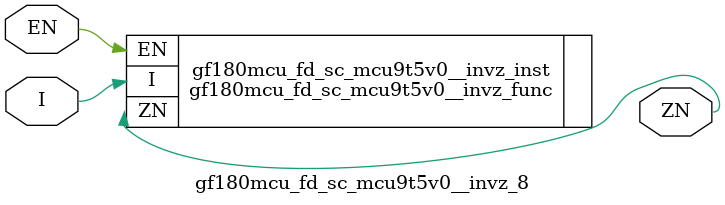
<source format=v>

`ifndef GF180MCU_FD_SC_MCU9T5V0__INVZ_8_V
`define GF180MCU_FD_SC_MCU9T5V0__INVZ_8_V

`include gf180mcu_fd_sc_mcu9t5v0__invz.v

`ifdef USE_POWER_PINS
module gf180mcu_fd_sc_mcu9t5v0__invz_8( EN, I, ZN, VDD, VSS );
inout VDD, VSS;
`else // If not USE_POWER_PINS
module gf180mcu_fd_sc_mcu9t5v0__invz_8( EN, I, ZN );
`endif // If not USE_POWER_PINS
input EN, I;
output ZN;

`ifdef USE_POWER_PINS
  gf180mcu_fd_sc_mcu9t5v0__invz_func gf180mcu_fd_sc_mcu9t5v0__invz_inst(.EN(EN),.I(I),.ZN(ZN),.VDD(VDD),.VSS(VSS));
`else // If not USE_POWER_PINS
  gf180mcu_fd_sc_mcu9t5v0__invz_func gf180mcu_fd_sc_mcu9t5v0__invz_inst(.EN(EN),.I(I),.ZN(ZN));
`endif // If not USE_POWER_PINS

`ifndef FUNCTIONAL
	// spec_gates_begin


	// spec_gates_end



   specify

	// specify_block_begin

	// comb arc EN --> ZN
	 (EN => ZN) = (1.0,1.0);

	// comb arc I --> ZN
	 (I => ZN) = (1.0,1.0);

	// specify_block_end

   endspecify

   `endif

endmodule
`endif // GF180MCU_FD_SC_MCU9T5V0__INVZ_8_V

</source>
